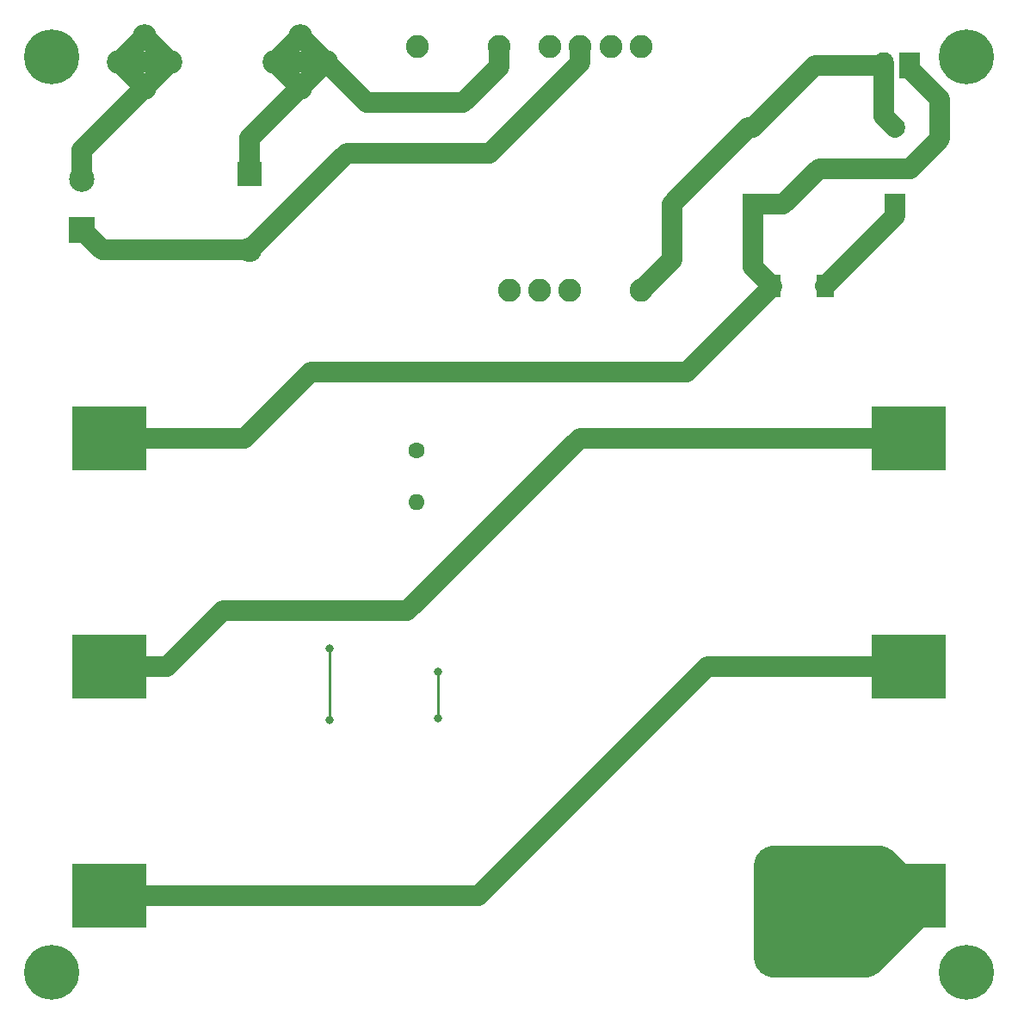
<source format=gbr>
G04 #@! TF.GenerationSoftware,KiCad,Pcbnew,6.0.0-rc1-unknown-5edf350~66~ubuntu18.10.1*
G04 #@! TF.CreationDate,2019-02-07T09:44:38-05:00
G04 #@! TF.ProjectId,UPS,5550532e-6b69-4636-9164-5f7063625858,rev?*
G04 #@! TF.SameCoordinates,Original*
G04 #@! TF.FileFunction,Copper,L1,Top*
G04 #@! TF.FilePolarity,Positive*
%FSLAX46Y46*%
G04 Gerber Fmt 4.6, Leading zero omitted, Abs format (unit mm)*
G04 Created by KiCad (PCBNEW 6.0.0-rc1-unknown-5edf350~66~ubuntu18.10.1) date 2019-02-07 09:44:38*
%MOMM*%
%LPD*%
G04 APERTURE LIST*
%ADD10R,7.340000X6.350000*%
%ADD11C,2.350000*%
%ADD12R,2.500000X2.500000*%
%ADD13C,2.500000*%
%ADD14C,2.400000*%
%ADD15R,2.400000X2.400000*%
%ADD16C,2.000000*%
%ADD17R,2.000000X2.000000*%
%ADD18O,2.000000X2.600000*%
%ADD19R,2.000000X2.600000*%
%ADD20R,1.700000X2.200000*%
%ADD21C,2.250000*%
%ADD22C,0.800000*%
%ADD23C,5.400000*%
%ADD24O,1.600000X1.600000*%
%ADD25C,1.600000*%
%ADD26C,2.000000*%
%ADD27C,4.000000*%
%ADD28C,0.250000*%
G04 APERTURE END LIST*
D10*
X89330000Y-42500000D03*
X10670000Y-42500000D03*
D11*
X29460000Y-2960000D03*
X29460000Y-8040000D03*
X14140000Y-2960000D03*
X14140000Y-8040000D03*
X32000000Y-5500000D03*
X26920000Y-5500000D03*
X11600000Y-5500000D03*
X16680000Y-5500000D03*
D12*
X8000000Y-22000000D03*
D13*
X8000000Y-17000000D03*
D10*
X10670000Y-65000000D03*
X89330000Y-65000000D03*
X89330000Y-87500000D03*
X10670000Y-87500000D03*
D14*
X24500000Y-24000000D03*
D15*
X24500000Y-16500000D03*
D16*
X88000000Y-12000000D03*
D17*
X88000000Y-19500000D03*
X74000000Y-19500000D03*
D16*
X74000000Y-12000000D03*
D18*
X86860000Y-5900000D03*
D19*
X89400000Y-5900000D03*
D20*
X75850000Y-27500000D03*
X81150000Y-27500000D03*
D21*
X50000000Y-28000000D03*
X53000000Y-28000000D03*
X56000000Y-28000000D03*
X63000000Y-28000000D03*
X49000000Y-4000000D03*
X54000000Y-4000000D03*
X57000000Y-4000000D03*
X60000000Y-4000000D03*
X63000000Y-4000000D03*
X41000000Y-4000000D03*
D22*
X6431891Y-3568109D03*
X5000000Y-2975000D03*
X3568109Y-3568109D03*
X2975000Y-5000000D03*
X3568109Y-6431891D03*
X5000000Y-7025000D03*
X6431891Y-6431891D03*
X7025000Y-5000000D03*
D23*
X5000000Y-5000000D03*
X5000000Y-95000000D03*
D22*
X7025000Y-95000000D03*
X6431891Y-96431891D03*
X5000000Y-97025000D03*
X3568109Y-96431891D03*
X2975000Y-95000000D03*
X3568109Y-93568109D03*
X5000000Y-92975000D03*
X6431891Y-93568109D03*
X96431891Y-3568109D03*
X95000000Y-2975000D03*
X93568109Y-3568109D03*
X92975000Y-5000000D03*
X93568109Y-6431891D03*
X95000000Y-7025000D03*
X96431891Y-6431891D03*
X97025000Y-5000000D03*
D23*
X95000000Y-5000000D03*
X95000000Y-95000000D03*
D22*
X97025000Y-95000000D03*
X96431891Y-96431891D03*
X95000000Y-97025000D03*
X93568109Y-96431891D03*
X92975000Y-95000000D03*
X93568109Y-93568109D03*
X95000000Y-92975000D03*
X96431891Y-93568109D03*
D24*
X40883867Y-48777580D03*
D25*
X40883867Y-43697580D03*
D22*
X79000000Y-42500000D03*
X67250000Y-36250000D03*
X71500000Y-65000000D03*
X77000000Y-84500000D03*
X78000000Y-84500000D03*
X79000000Y-84500000D03*
X80000000Y-84500000D03*
X81000000Y-84500000D03*
X82000000Y-84500000D03*
X83000000Y-84500000D03*
X84000000Y-84500000D03*
X76000000Y-85500000D03*
X77000000Y-85500000D03*
X78000000Y-85500000D03*
X79000000Y-85500000D03*
X80000000Y-85500000D03*
X81000000Y-85500000D03*
X82000000Y-85500000D03*
X83000000Y-85500000D03*
X84000000Y-85500000D03*
X85000000Y-85500000D03*
X77000000Y-86500000D03*
X78000000Y-86500000D03*
X79000000Y-86500000D03*
X80000000Y-86500000D03*
X81000000Y-86500000D03*
X82000000Y-86500000D03*
X83000000Y-86500000D03*
X84000000Y-86500000D03*
X76000000Y-87500000D03*
X77000000Y-87500000D03*
X78000000Y-87500000D03*
X79000000Y-87500000D03*
X80000000Y-87500000D03*
X81000000Y-87500000D03*
X82000000Y-87500000D03*
X83000000Y-87500000D03*
X84000000Y-87500000D03*
X85000000Y-87500000D03*
X77000000Y-88500000D03*
X78000000Y-88500000D03*
X79000000Y-88500000D03*
X80000000Y-88500000D03*
X81000000Y-88500000D03*
X82000000Y-88500000D03*
X83000000Y-88500000D03*
X84000000Y-88500000D03*
X76000000Y-89500000D03*
X77000000Y-89500000D03*
X78000000Y-89500000D03*
X79000000Y-89500000D03*
X80000000Y-89500000D03*
X81000000Y-89500000D03*
X82000000Y-89500000D03*
X83000000Y-89500000D03*
X84000000Y-89500000D03*
X85000000Y-89500000D03*
X77000000Y-90500000D03*
X78000000Y-90500000D03*
X79000000Y-90500000D03*
X80000000Y-90500000D03*
X81000000Y-90500000D03*
X82000000Y-90500000D03*
X83000000Y-90500000D03*
X84000000Y-90500000D03*
X76000000Y-91500000D03*
X77000000Y-91500000D03*
X78000000Y-91500000D03*
X79000000Y-91500000D03*
X80000000Y-91500000D03*
X81000000Y-91500000D03*
X82000000Y-91500000D03*
X83000000Y-91500000D03*
X84000000Y-91500000D03*
X85000000Y-91500000D03*
X77000000Y-92500000D03*
X78000000Y-92500000D03*
X79000000Y-92500000D03*
X80000000Y-92500000D03*
X81000000Y-92500000D03*
X82000000Y-92500000D03*
X83000000Y-92500000D03*
X84000000Y-92500000D03*
X77000000Y-93500000D03*
X78000000Y-93500000D03*
X79000000Y-93500000D03*
X80000000Y-93500000D03*
X81000000Y-93500000D03*
X82000000Y-93500000D03*
X83000000Y-93500000D03*
X84000000Y-93500000D03*
X43000000Y-65499996D03*
X43000000Y-70000000D03*
X32383867Y-63197580D03*
X32383867Y-70197580D03*
D26*
X89330000Y-42500000D02*
X79000000Y-42500000D01*
X79000000Y-42500000D02*
X57000000Y-42500000D01*
X57000000Y-42500000D02*
X40000000Y-59500000D01*
X16340000Y-65000000D02*
X10670000Y-65000000D01*
X40000000Y-59500000D02*
X21840000Y-59500000D01*
X21840000Y-59500000D02*
X16340000Y-65000000D01*
X75850000Y-27650000D02*
X75850000Y-27500000D01*
X67500000Y-36000000D02*
X75850000Y-27650000D01*
X30500000Y-36000000D02*
X67500000Y-36000000D01*
X10670000Y-42500000D02*
X24000000Y-42500000D01*
X24000000Y-42500000D02*
X30500000Y-36000000D01*
X74000000Y-25650000D02*
X75850000Y-27500000D01*
X74000000Y-19500000D02*
X74000000Y-25650000D01*
X89400000Y-6200000D02*
X89400000Y-5900000D01*
X80500000Y-16000000D02*
X89500000Y-16000000D01*
X74000000Y-19500000D02*
X77000000Y-19500000D01*
X92400000Y-13100000D02*
X92400000Y-9200000D01*
X77000000Y-19500000D02*
X80500000Y-16000000D01*
X89500000Y-16000000D02*
X92400000Y-13100000D01*
X92400000Y-9200000D02*
X89400000Y-6200000D01*
X89330000Y-65000000D02*
X71500000Y-65000000D01*
X71500000Y-65000000D02*
X69500000Y-65000000D01*
X47000000Y-87500000D02*
X10670000Y-87500000D01*
X69500000Y-65000000D02*
X47000000Y-87500000D01*
X66000000Y-25000000D02*
X63000000Y-28000000D01*
X66000000Y-19500000D02*
X66000000Y-25000000D01*
X74000000Y-12000000D02*
X73500000Y-12000000D01*
X73500000Y-12000000D02*
X66000000Y-19500000D01*
X86860000Y-10860000D02*
X88000000Y-12000000D01*
X86860000Y-5900000D02*
X86860000Y-10860000D01*
X80100000Y-5900000D02*
X74000000Y-12000000D01*
X86860000Y-5900000D02*
X80100000Y-5900000D01*
X48090990Y-14500000D02*
X34000000Y-14500000D01*
X57000000Y-4000000D02*
X57000000Y-5590990D01*
X34000000Y-14500000D02*
X24500000Y-24000000D01*
X57000000Y-5590990D02*
X48090990Y-14500000D01*
X10000000Y-24000000D02*
X24500000Y-24000000D01*
X8000000Y-22000000D02*
X10000000Y-24000000D01*
X24500000Y-13000000D02*
X29460000Y-8040000D01*
X24500000Y-16500000D02*
X24500000Y-13000000D01*
X26920000Y-5500000D02*
X32000000Y-5500000D01*
X29460000Y-8040000D02*
X32000000Y-5500000D01*
X29460000Y-8040000D02*
X26920000Y-5500000D01*
X26920000Y-5500000D02*
X29460000Y-2960000D01*
X29460000Y-2960000D02*
X32000000Y-5500000D01*
X49000000Y-6000000D02*
X49000000Y-4000000D01*
X45500000Y-9500000D02*
X49000000Y-6000000D01*
X32000000Y-5500000D02*
X36000000Y-9500000D01*
X36000000Y-9500000D02*
X45500000Y-9500000D01*
X88000000Y-20650000D02*
X81150000Y-27500000D01*
X88000000Y-19500000D02*
X88000000Y-20650000D01*
X11600000Y-5500000D02*
X14140000Y-8040000D01*
X14140000Y-8040000D02*
X16680000Y-5500000D01*
X16680000Y-5500000D02*
X14140000Y-2960000D01*
X11600000Y-5500000D02*
X16680000Y-5500000D01*
X14140000Y-2960000D02*
X11600000Y-5500000D01*
X8000000Y-14180000D02*
X14140000Y-8040000D01*
X8000000Y-17000000D02*
X8000000Y-14180000D01*
D27*
X86330000Y-84500000D02*
X89330000Y-87500000D01*
X76000000Y-84500000D02*
X86330000Y-84500000D01*
X76000000Y-84500000D02*
X76000000Y-93500000D01*
X76000000Y-93500000D02*
X85000000Y-93500000D01*
X89330000Y-89170000D02*
X85000000Y-93500000D01*
X89330000Y-87500000D02*
X89330000Y-89170000D01*
X82000000Y-86500000D02*
X82000000Y-91500000D01*
X80000000Y-86500000D02*
X80000000Y-91500000D01*
D26*
X85000000Y-91500000D02*
X85000000Y-85500000D01*
D28*
X43000000Y-65499996D02*
X43000000Y-70000000D01*
X32383867Y-63197580D02*
X32383867Y-70197580D01*
M02*

</source>
